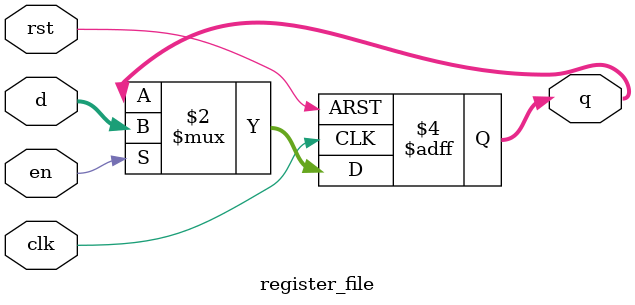
<source format=sv>
module register_file (
    input  logic        clk,
    input  logic        rst,
    input  logic        en,
    input  logic [15:0] d,
    output logic [15:0] q
);
    always_ff @(posedge clk or posedge rst) begin
        if (rst)
            q <= 16'd0;
        else if (en)
            q <= d;
    end
endmodule
</source>
